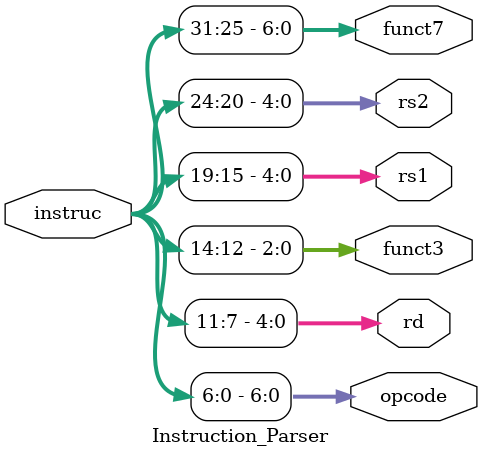
<source format=v>
module Instruction_Parser
(
    input [31:0] instruc,
    output [6:0] opcode,
    output [4:0] rd,
    output [2:0] funct3,
    output [4:0] rs1,
    output [4:0] rs2,
    output [6:0] funct7

);

assign opcode = instruc[6:0];
assign rd = instruc[11:7];
assign funct3 = instruc[14:12];
assign rs1 = instruc[19:15];
assign rs2 = instruc[24:20];
assign funct7 = instruc[31:25];


endmodule 
</source>
